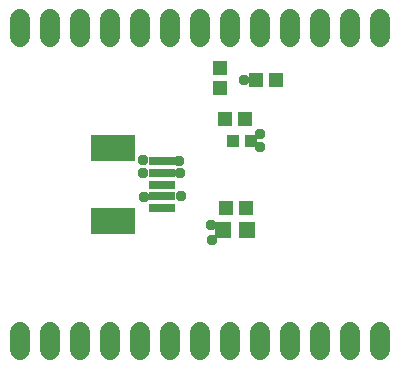
<source format=gbr>
G04 EAGLE Gerber RS-274X export*
G75*
%MOMM*%
%FSLAX34Y34*%
%LPD*%
%INSoldermask Top*%
%IPPOS*%
%AMOC8*
5,1,8,0,0,1.08239X$1,22.5*%
G01*
%ADD10R,2.233200X0.763200*%
%ADD11R,3.763200X2.183200*%
%ADD12C,1.727200*%
%ADD13R,1.303200X1.203200*%
%ADD14R,1.203200X1.303200*%
%ADD15R,1.403200X1.403200*%
%ADD16R,1.003200X1.003200*%
%ADD17C,0.959600*%


D10*
X193147Y145037D03*
X193147Y155037D03*
X193147Y165037D03*
X193147Y175037D03*
X193147Y185037D03*
D11*
X152487Y134437D03*
X152487Y195637D03*
D12*
X377899Y289910D02*
X377899Y305150D01*
X352499Y305150D02*
X352499Y289910D01*
X327099Y289910D02*
X327099Y305150D01*
X301699Y305150D02*
X301699Y289910D01*
X276299Y289910D02*
X276299Y305150D01*
X250899Y305150D02*
X250899Y289910D01*
X225499Y289910D02*
X225499Y305150D01*
X200099Y305150D02*
X200099Y289910D01*
X174699Y289910D02*
X174699Y305150D01*
X149299Y305150D02*
X149299Y289910D01*
X123899Y289910D02*
X123899Y305150D01*
X98499Y305150D02*
X98499Y289910D01*
X73099Y289910D02*
X73099Y305150D01*
X377899Y40150D02*
X377899Y24910D01*
X352499Y24910D02*
X352499Y40150D01*
X327099Y40150D02*
X327099Y24910D01*
X301699Y24910D02*
X301699Y40150D01*
X276299Y40150D02*
X276299Y24910D01*
X250899Y24910D02*
X250899Y40150D01*
X225499Y40150D02*
X225499Y24910D01*
X200099Y24910D02*
X200099Y40150D01*
X174699Y40150D02*
X174699Y24910D01*
X149299Y24910D02*
X149299Y40150D01*
X123899Y40150D02*
X123899Y24910D01*
X98499Y24910D02*
X98499Y40150D01*
X73099Y40150D02*
X73099Y24910D01*
D13*
X242343Y246407D03*
X242343Y263407D03*
D14*
X290262Y253798D03*
X273262Y253798D03*
X247424Y145390D03*
X264424Y145390D03*
D15*
X244906Y126488D03*
X265906Y126488D03*
D14*
X246538Y220912D03*
X263538Y220912D03*
D16*
X268713Y202281D03*
X253713Y202281D03*
D17*
X209937Y154994D03*
X177974Y154848D03*
X208316Y185198D03*
X177573Y185374D03*
X208724Y175081D03*
X177179Y174936D03*
X235128Y130406D03*
X235759Y118034D03*
X276398Y207665D03*
X276903Y196556D03*
X263306Y253835D03*
M02*

</source>
